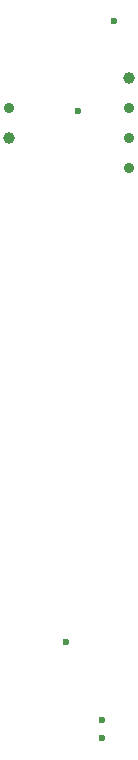
<source format=gbr>
G04 Generated by Ultiboard 14.2 *
%FSLAX34Y34*%
%MOMM*%

%ADD10C,0.0001*%
%ADD11C,0.6000*%
%ADD12C,0.8890*%
%ADD13C,0.9949*%


G04 ColorRGB 000000 for the following layer *
%LNDrill-Copper Top-Copper Bottom*%
%LPD*%
G54D11*
X154940Y50800D03*
X154940Y66040D03*
X124460Y132080D03*
X134620Y581660D03*
X165100Y657860D03*
G54D12*
X177800Y558800D03*
X177800Y584200D03*
X177800Y533400D03*
X76200Y584200D03*
G54D13*
X177800Y609600D03*
X76200Y558800D03*

M02*

</source>
